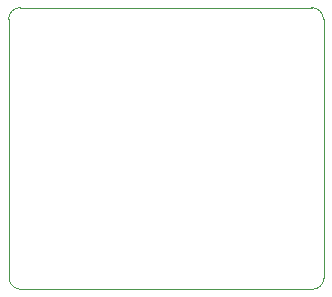
<source format=gbr>
%TF.GenerationSoftware,KiCad,Pcbnew,7.0.10*%
%TF.CreationDate,2024-04-07T04:02:17-04:00*%
%TF.ProjectId,mainbox_peripheral_steering_wheel,6d61696e-626f-4785-9f70-657269706865,rev?*%
%TF.SameCoordinates,Original*%
%TF.FileFunction,Profile,NP*%
%FSLAX46Y46*%
G04 Gerber Fmt 4.6, Leading zero omitted, Abs format (unit mm)*
G04 Created by KiCad (PCBNEW 7.0.10) date 2024-04-07 04:02:17*
%MOMM*%
%LPD*%
G01*
G04 APERTURE LIST*
%TA.AperFunction,Profile*%
%ADD10C,0.100000*%
%TD*%
G04 APERTURE END LIST*
D10*
X149650000Y-87940000D02*
X149693468Y-109794759D01*
X122980000Y-87940000D02*
X123023468Y-109794759D01*
X123023541Y-109794759D02*
G75*
G03*
X124023468Y-110794759I999959J-41D01*
G01*
X123980000Y-86940009D02*
G75*
G03*
X122980000Y-87940000I32J-1000032D01*
G01*
X149650073Y-87940000D02*
G75*
G03*
X148650000Y-86940000I-1000041J-41D01*
G01*
X148693468Y-110794759D02*
X124023468Y-110794759D01*
X123980000Y-86940000D02*
X148650000Y-86940000D01*
X148693468Y-110794768D02*
G75*
G03*
X149693468Y-109794759I32J999968D01*
G01*
M02*

</source>
